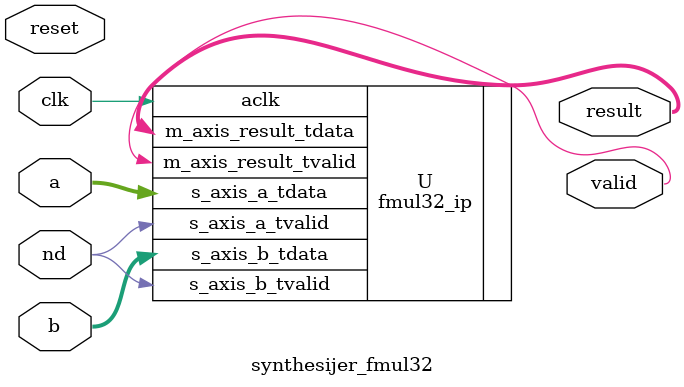
<source format=v>
`default_nettype none

module synthesijer_fmul32
  (
   input wire 	      clk,
   input wire 	      reset,
   input wire [31:0]  a,
   input wire [31:0]  b,
   input wire 	      nd,
   output wire [31:0] result,
   output wire 	      valid
   );

   fmul32_ip U(.aclk(clk),
	       .s_axis_a_tdata(a),
	       .s_axis_a_tvalid(nd),
	       .s_axis_b_tdata(b),
	       .s_axis_b_tvalid(nd),
	       .m_axis_result_tvalid(valid),
	       .m_axis_result_tdata(result)
	       );
   
endmodule // synthesijer_fmul32

`default_nettype wire

</source>
